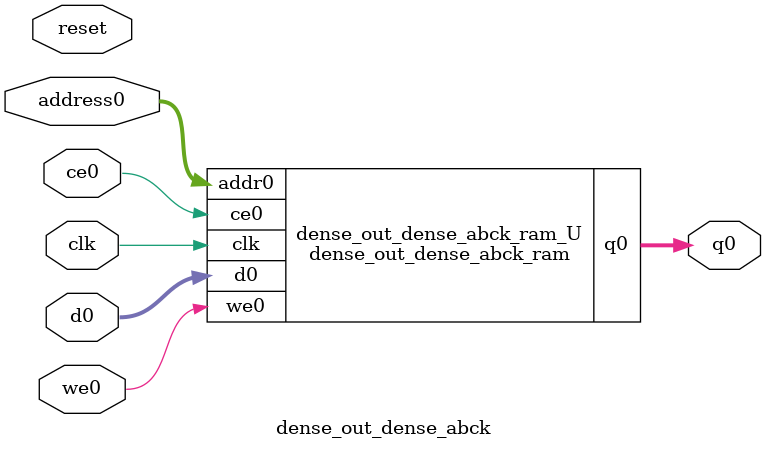
<source format=v>
`timescale 1 ns / 1 ps
module dense_out_dense_abck_ram (addr0, ce0, d0, we0, q0,  clk);

parameter DWIDTH = 32;
parameter AWIDTH = 4;
parameter MEM_SIZE = 10;

input[AWIDTH-1:0] addr0;
input ce0;
input[DWIDTH-1:0] d0;
input we0;
output reg[DWIDTH-1:0] q0;
input clk;

(* ram_style = "distributed" *)reg [DWIDTH-1:0] ram[0:MEM_SIZE-1];




always @(posedge clk)  
begin 
    if (ce0) 
    begin
        if (we0) 
        begin 
            ram[addr0] <= d0; 
        end 
        q0 <= ram[addr0];
    end
end


endmodule

`timescale 1 ns / 1 ps
module dense_out_dense_abck(
    reset,
    clk,
    address0,
    ce0,
    we0,
    d0,
    q0);

parameter DataWidth = 32'd32;
parameter AddressRange = 32'd10;
parameter AddressWidth = 32'd4;
input reset;
input clk;
input[AddressWidth - 1:0] address0;
input ce0;
input we0;
input[DataWidth - 1:0] d0;
output[DataWidth - 1:0] q0;



dense_out_dense_abck_ram dense_out_dense_abck_ram_U(
    .clk( clk ),
    .addr0( address0 ),
    .ce0( ce0 ),
    .we0( we0 ),
    .d0( d0 ),
    .q0( q0 ));

endmodule


</source>
